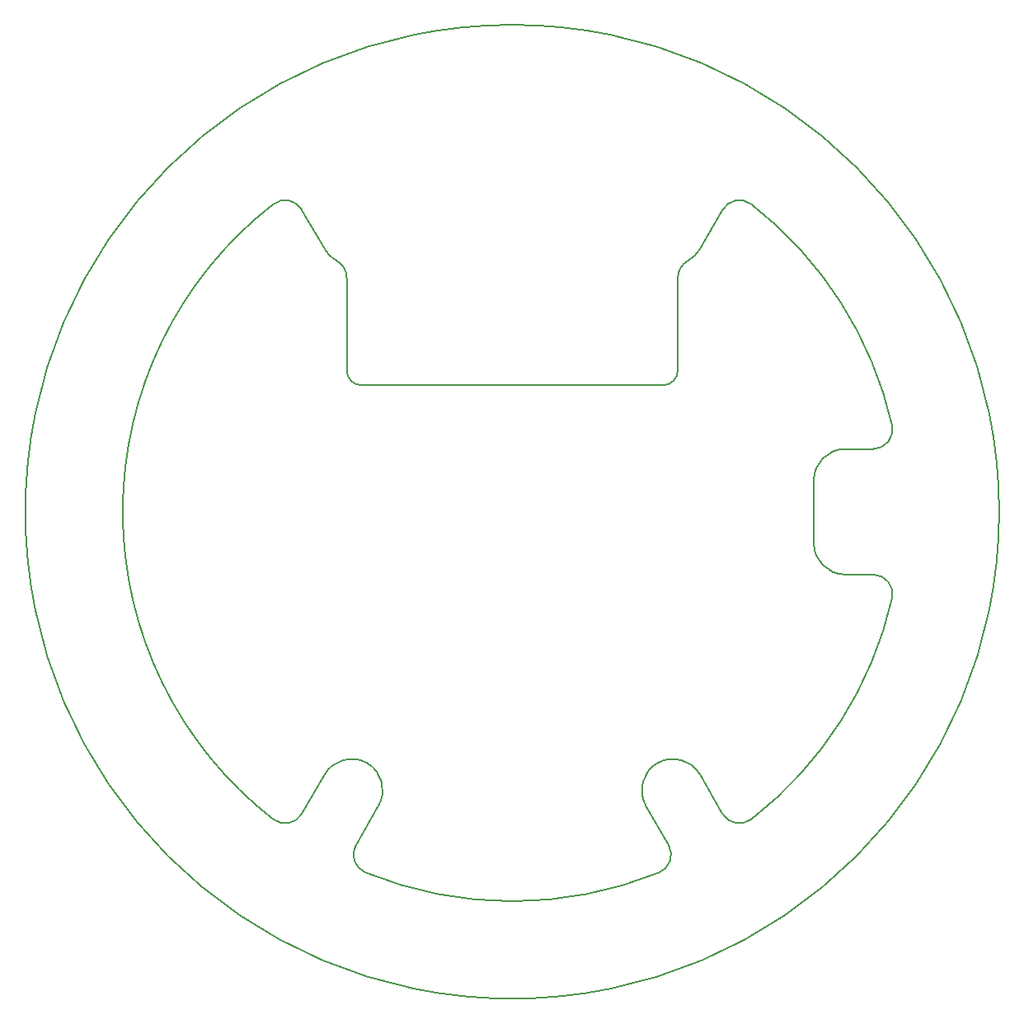
<source format=gbr>
%TF.GenerationSoftware,KiCad,Pcbnew,7.0.6*%
%TF.CreationDate,2023-12-16T12:44:14+09:00*%
%TF.ProjectId,BallSensor_TSSP58038_20230330,42616c6c-5365-46e7-936f-725f54535350,rev?*%
%TF.SameCoordinates,Original*%
%TF.FileFunction,Profile,NP*%
%FSLAX46Y46*%
G04 Gerber Fmt 4.6, Leading zero omitted, Abs format (unit mm)*
G04 Created by KiCad (PCBNEW 7.0.6) date 2023-12-16 12:44:14*
%MOMM*%
%LPD*%
G01*
G04 APERTURE LIST*
%TA.AperFunction,Profile*%
%ADD10C,0.200000*%
%TD*%
G04 APERTURE END LIST*
D10*
X131934565Y-96441978D02*
X131934565Y-102930022D01*
X87236247Y-129864819D02*
G75*
G03*
X81693720Y-126664838I-2771247J1600019D01*
G01*
X139964873Y-108574428D02*
G75*
G03*
X138014946Y-106130022I-1949973J444428D01*
G01*
X79372454Y-68686614D02*
X81693719Y-72707162D01*
X135134565Y-93241965D02*
G75*
G03*
X131934565Y-96441978I35J-3200035D01*
G01*
X85465000Y-86686000D02*
X116465000Y-86686000D01*
X122557554Y-130685382D02*
G75*
G03*
X125517207Y-131264302I1732046J999982D01*
G01*
X122557546Y-130685386D02*
X120236281Y-126664838D01*
X117965000Y-85186000D02*
X117965000Y-75666767D01*
X138014946Y-93241978D02*
X135134565Y-93241978D01*
X81693719Y-126664838D02*
X79372454Y-130685386D01*
X125517212Y-68107692D02*
G75*
G03*
X122557547Y-68686614I-1227612J-1578908D01*
G01*
X119003468Y-73913083D02*
G75*
G03*
X120236281Y-72707162I-1538268J2805683D01*
G01*
X116465000Y-86686000D02*
G75*
G03*
X117965000Y-85186000I0J1500000D01*
G01*
X84915017Y-133885386D02*
X87236281Y-129864838D01*
X84915048Y-133885404D02*
G75*
G03*
X85893492Y-136737985I1732052J-999996D01*
G01*
X125517206Y-131264301D02*
G75*
G03*
X139964942Y-108574444I-24552236J31578321D01*
G01*
X135134565Y-106130022D02*
X138014946Y-106130022D01*
X76412788Y-131264308D02*
G75*
G03*
X79372453Y-130685386I1227612J1578908D01*
G01*
X79372446Y-68686618D02*
G75*
G03*
X76412793Y-68107698I-1732046J-999982D01*
G01*
X85893492Y-136737986D02*
G75*
G03*
X116036508Y-136737986I15071508J37051989D01*
G01*
X139964943Y-90797556D02*
G75*
G03*
X125517207Y-68107698I-38999943J-8888444D01*
G01*
X83965000Y-85186000D02*
G75*
G03*
X85465000Y-86686000I1500000J0D01*
G01*
X119003476Y-73913098D02*
G75*
G03*
X117965000Y-75666767I961524J-1753702D01*
G01*
X76412793Y-68107698D02*
G75*
G03*
X76412793Y-131264302I24552207J-31578302D01*
G01*
X120236281Y-72707162D02*
X122557546Y-68686614D01*
X131934578Y-102930022D02*
G75*
G03*
X135134565Y-106130022I3200022J22D01*
G01*
X114693719Y-129864838D02*
X117014983Y-133885386D01*
X120236313Y-126664819D02*
G75*
G03*
X114693720Y-129864838I-2771313J-1599981D01*
G01*
X150965000Y-99686000D02*
G75*
G03*
X150965000Y-99686000I-50000000J0D01*
G01*
X138014946Y-93241952D02*
G75*
G03*
X139964943Y-90797556I54J1999952D01*
G01*
X83965000Y-75666767D02*
X83965000Y-85186000D01*
X81693700Y-72707173D02*
G75*
G03*
X82926538Y-73913073I2771500J1600273D01*
G01*
X83964992Y-75666767D02*
G75*
G03*
X82926538Y-73913074I-1999892J67D01*
G01*
X116036503Y-136737973D02*
G75*
G03*
X117014983Y-133885386I-753503J1852573D01*
G01*
M02*

</source>
